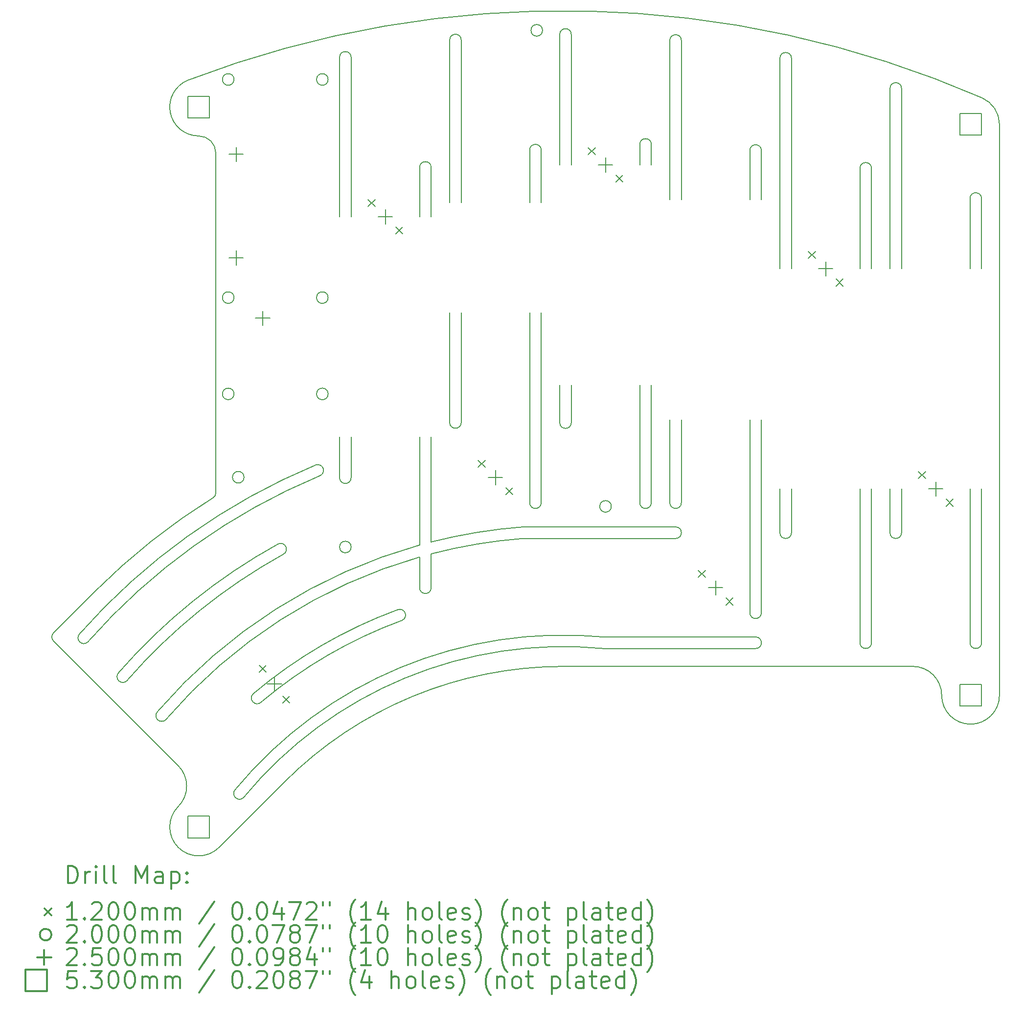
<source format=gbr>
%FSLAX45Y45*%
G04 Gerber Fmt 4.5, Leading zero omitted, Abs format (unit mm)*
G04 Created by KiCad (PCBNEW 5.1.12-84ad8e8a86~92~ubuntu20.04.1) date 2021-11-14 19:57:37*
%MOMM*%
%LPD*%
G01*
G04 APERTURE LIST*
%TA.AperFunction,Profile*%
%ADD10C,0.150000*%
%TD*%
%ADD11C,0.200000*%
%ADD12C,0.300000*%
G04 APERTURE END LIST*
D10*
X13887375Y-9202500D02*
X13887375Y-11020693D01*
X8620859Y-13422986D02*
X8621150Y-13423239D01*
X8479438Y-13281564D02*
X8479728Y-13281818D01*
X7947342Y-12749466D02*
X7947630Y-12749720D01*
X7806209Y-12608299D02*
X7805921Y-12608044D01*
X11892928Y-9686971D02*
G75*
G02*
X11958041Y-9876075I32557J-94552D01*
G01*
X13301094Y-12195724D02*
G75*
G02*
X13385618Y-12376985I42262J-90631D01*
G01*
X11240997Y-11054428D02*
G75*
G02*
X11325520Y-11235690I42262J-90631D01*
G01*
X10805933Y-13649690D02*
G75*
G03*
X10947354Y-13791112I70711J-70711D01*
G01*
X10500286Y-15302375D02*
G75*
G03*
X10641707Y-15443797I70711J-70711D01*
G01*
X9153248Y-13955337D02*
G75*
G03*
X9294669Y-14096758I70711J-70711D01*
G01*
X8479728Y-13281818D02*
G75*
G03*
X8621150Y-13423239I70711J-70711D01*
G01*
X7806209Y-12608299D02*
G75*
G03*
X7947630Y-12749720I70711J-70711D01*
G01*
X10805712Y-13649428D02*
G75*
G02*
X13301094Y-12195724I5370327J-6349932D01*
G01*
X10947134Y-13790850D02*
G75*
G02*
X13385618Y-12376985I5228904J-6208510D01*
G01*
X8620859Y-13422986D02*
G75*
G02*
X11325520Y-11235690I7555180J-6576374D01*
G01*
X8479438Y-13281564D02*
G75*
G02*
X11240997Y-11054428I7696600J-6717796D01*
G01*
X23421413Y-3334354D02*
G75*
G02*
X23722038Y-3792884I-199375J-458530D01*
G01*
X10217443Y-16306467D02*
G75*
G02*
X9510337Y-15599360I-353553J353553D01*
G01*
X7352485Y-12734402D02*
G75*
G02*
X7352485Y-12592981I70711J70711D01*
G01*
X19602375Y-12244500D02*
G75*
G02*
X19402375Y-12244500I-100000J0D01*
G01*
X18217625Y-10339500D02*
G75*
G02*
X18017625Y-10339500I-100000J0D01*
G01*
X19402375Y-8902500D02*
X19402375Y-12244500D01*
X18017625Y-8902500D02*
X18017625Y-10339500D01*
X18217625Y-10339500D02*
X18217625Y-8902500D01*
X19602375Y-12244500D02*
X19602375Y-8902500D01*
X21827625Y-6292500D02*
X21827625Y-3171694D01*
X22027625Y-6292500D02*
X22027625Y-3171694D01*
X23212375Y-6292500D02*
X23212375Y-5076695D01*
X23412375Y-6292500D02*
X23412375Y-5076695D01*
X19922625Y-6292500D02*
X19922625Y-2649246D01*
X20122625Y-6292500D02*
X20122625Y-2649246D01*
X21307375Y-6292500D02*
X21307375Y-4554246D01*
X21507375Y-6292500D02*
X21507375Y-4554246D01*
X23212375Y-12764375D02*
X23212375Y-10102500D01*
X23412375Y-10102500D02*
X23412375Y-12764375D01*
X21307375Y-12764375D02*
X21307375Y-10102500D01*
X21507375Y-10102500D02*
X21507375Y-12764375D01*
X21827625Y-10859500D02*
X21827625Y-10102500D01*
X22027625Y-10102500D02*
X22027625Y-10859500D01*
X19922625Y-10859500D02*
X19922625Y-10102500D01*
X20122625Y-10102500D02*
X20122625Y-10859500D01*
X22027625Y-10859500D02*
G75*
G02*
X21827625Y-10859500I-100000J0D01*
G01*
X20122625Y-10859500D02*
G75*
G02*
X19922625Y-10859500I-100000J0D01*
G01*
X23412375Y-12764375D02*
G75*
G02*
X23212375Y-12764375I-100000J0D01*
G01*
X21507375Y-12764375D02*
G75*
G02*
X21307375Y-12764375I-100000J0D01*
G01*
X7805921Y-12608044D02*
G75*
G02*
X11892928Y-9686971I8370117J-7391316D01*
G01*
X7947342Y-12749466D02*
G75*
G02*
X11958041Y-9876075I8228696J-7249894D01*
G01*
X13687375Y-9202500D02*
X13687375Y-11074059D01*
X9153058Y-13955174D02*
G75*
G02*
X13687375Y-11074059I7022981J-6044186D01*
G01*
X9294479Y-14096596D02*
G75*
G02*
X13687380Y-11281272I6881559J-5902764D01*
G01*
X13887375Y-11812000D02*
X13887375Y-11226645D01*
X13687375Y-11812000D02*
X13687380Y-11281272D01*
X12502625Y-9907000D02*
X12502625Y-9202500D01*
X12302625Y-9202500D02*
X12302625Y-9907000D01*
X13687375Y-4538556D02*
X13687375Y-5392500D01*
X13887375Y-5392500D02*
X13887375Y-4538556D01*
X12302625Y-5392500D02*
X12302625Y-2633556D01*
X12502625Y-2633556D02*
X12502625Y-5392500D01*
X14207625Y-2333772D02*
X14207625Y-5142500D01*
X14407625Y-5142500D02*
X14407625Y-2333772D01*
X15592375Y-4238772D02*
X15592375Y-5142500D01*
X15792375Y-5142500D02*
X15792375Y-4238772D01*
X18017625Y-2341485D02*
X18017625Y-5092500D01*
X18217625Y-5092500D02*
X18217625Y-2341485D01*
X19402375Y-5092500D02*
X19402375Y-4246485D01*
X19602375Y-5092500D02*
X19602375Y-4246485D01*
X16112625Y-4492500D02*
X16112625Y-2237500D01*
X16312625Y-4492500D02*
X16312625Y-2237500D01*
X17497375Y-4492500D02*
X17497375Y-4140075D01*
X17697375Y-4492500D02*
X17697375Y-4140075D01*
X14207625Y-7047500D02*
X14207625Y-8952500D01*
X14407625Y-7047500D02*
X14407625Y-8952500D01*
X15592375Y-7047500D02*
X15592375Y-10339500D01*
X15792375Y-10339500D02*
X15792375Y-7047500D01*
X15792375Y-10339500D02*
G75*
G02*
X15592375Y-10339500I-100000J0D01*
G01*
X16112625Y-8954500D02*
X16112625Y-8302500D01*
X16312625Y-8302500D02*
X16312625Y-8954500D01*
X17497375Y-10339500D02*
X17497375Y-8302500D01*
X17697375Y-8302500D02*
X17697375Y-10339500D01*
X19502375Y-12864500D02*
X16868375Y-12864500D01*
X16868375Y-12664500D02*
X19502375Y-12664500D01*
X15483625Y-10959500D02*
X18117625Y-10959500D01*
X15483625Y-10759500D02*
X18117625Y-10759500D01*
X13887375Y-11020693D02*
G75*
G02*
X15483625Y-10759500I2288663J-8978667D01*
G01*
X13887375Y-11226645D02*
G75*
G02*
X15483625Y-10959500I2288663J-8772715D01*
G01*
X18117625Y-10759500D02*
G75*
G02*
X18117625Y-10959500I0J-100000D01*
G01*
X19502375Y-12664500D02*
G75*
G02*
X19502375Y-12864500I0J-100000D01*
G01*
X10500094Y-15302216D02*
G75*
G02*
X16868375Y-12664500I5675944J-4697144D01*
G01*
X10641514Y-15443638D02*
G75*
G02*
X16868375Y-12864500I5534524J-4555722D01*
G01*
X12502625Y-9907000D02*
G75*
G02*
X12302625Y-9907000I-100000J0D01*
G01*
X13887375Y-11812000D02*
G75*
G02*
X13687375Y-11812000I-100000J0D01*
G01*
X14407625Y-8952500D02*
G75*
G02*
X14207625Y-8952500I-100000J0D01*
G01*
X16312625Y-8954500D02*
G75*
G02*
X16112625Y-8954500I-100000J0D01*
G01*
X17697375Y-10339500D02*
G75*
G02*
X17497375Y-10339500I-100000J0D01*
G01*
X23212375Y-5076695D02*
G75*
G02*
X23412375Y-5076695I100000J0D01*
G01*
X21827625Y-3171694D02*
G75*
G02*
X22027625Y-3171694I100000J0D01*
G01*
X21307375Y-4554246D02*
G75*
G02*
X21507375Y-4554246I100000J0D01*
G01*
X19922625Y-2649246D02*
G75*
G02*
X20122625Y-2649246I100000J0D01*
G01*
X19402375Y-4246485D02*
G75*
G02*
X19602375Y-4246485I100000J0D01*
G01*
X18017625Y-2341485D02*
G75*
G02*
X18217625Y-2341485I100000J0D01*
G01*
X17497375Y-4140075D02*
G75*
G02*
X17697375Y-4140075I100000J0D01*
G01*
X16112625Y-2237500D02*
G75*
G02*
X16312625Y-2237500I100000J0D01*
G01*
X15592375Y-4238772D02*
G75*
G02*
X15792375Y-4238772I100000J0D01*
G01*
X14207625Y-2333772D02*
G75*
G02*
X14407625Y-2333772I100000J0D01*
G01*
X13687375Y-4538556D02*
G75*
G02*
X13887375Y-4538556I100000J0D01*
G01*
X12302625Y-2633556D02*
G75*
G02*
X12502625Y-2633556I100000J0D01*
G01*
X9510337Y-14892253D02*
G75*
G02*
X9510337Y-15599360I-353553J-353553D01*
G01*
X9864130Y-3993217D02*
G75*
G02*
X10161490Y-4290577I0J-297360D01*
G01*
X9864130Y-3993217D02*
G75*
G02*
X9685297Y-3026200I-240J500000D01*
G01*
X22222038Y-13174000D02*
G75*
G02*
X22722038Y-13674000I0J-500000D01*
G01*
X23722038Y-13674000D02*
G75*
G02*
X22722038Y-13674000I-500000J0D01*
G01*
X10161490Y-10169693D02*
G75*
G02*
X10114309Y-10254577I-100000J29D01*
G01*
X10161490Y-4290577D02*
X10161490Y-10169693D01*
X9685297Y-3026200D02*
G75*
G02*
X23421413Y-3334354I6490741J-16973160D01*
G01*
X8061271Y-11884194D02*
G75*
G02*
X10114309Y-10254577I8114767J-8115166D01*
G01*
X7352485Y-12592981D02*
X8061271Y-11884194D01*
X9510337Y-14892253D02*
X7352485Y-12734402D01*
X11350034Y-15173356D02*
X10217443Y-16306467D01*
X11350034Y-15173356D02*
G75*
G02*
X16176038Y-13174360I4826004J-4826004D01*
G01*
X16176038Y-13174360D02*
X22222038Y-13174000D01*
X23722038Y-3792884D02*
X23722038Y-13674000D01*
D11*
X10909448Y-13154000D02*
X11029448Y-13274000D01*
X11029448Y-13154000D02*
X10909448Y-13274000D01*
X11319460Y-13688338D02*
X11439460Y-13808338D01*
X11439460Y-13688338D02*
X11319460Y-13808338D01*
X12796875Y-5094375D02*
X12916875Y-5214375D01*
X12916875Y-5094375D02*
X12796875Y-5214375D01*
X13273125Y-5570625D02*
X13393125Y-5690625D01*
X13393125Y-5570625D02*
X13273125Y-5690625D01*
X14701875Y-9606875D02*
X14821875Y-9726875D01*
X14821875Y-9606875D02*
X14701875Y-9726875D01*
X15178125Y-10083125D02*
X15298125Y-10203125D01*
X15298125Y-10083125D02*
X15178125Y-10203125D01*
X16606875Y-4194375D02*
X16726875Y-4314375D01*
X16726875Y-4194375D02*
X16606875Y-4314375D01*
X17083125Y-4670625D02*
X17203125Y-4790625D01*
X17203125Y-4670625D02*
X17083125Y-4790625D01*
X18511875Y-11513875D02*
X18631875Y-11633875D01*
X18631875Y-11513875D02*
X18511875Y-11633875D01*
X18988125Y-11990125D02*
X19108125Y-12110125D01*
X19108125Y-11990125D02*
X18988125Y-12110125D01*
X20416875Y-5994375D02*
X20536875Y-6114375D01*
X20536875Y-5994375D02*
X20416875Y-6114375D01*
X20893125Y-6470625D02*
X21013125Y-6590625D01*
X21013125Y-6470625D02*
X20893125Y-6590625D01*
X22321875Y-9804375D02*
X22441875Y-9924375D01*
X22441875Y-9804375D02*
X22321875Y-9924375D01*
X22798125Y-10280625D02*
X22918125Y-10400625D01*
X22918125Y-10280625D02*
X22798125Y-10400625D01*
X10475625Y-3015750D02*
G75*
G03*
X10475625Y-3015750I-100000J0D01*
G01*
X10475625Y-6791250D02*
G75*
G03*
X10475625Y-6791250I-100000J0D01*
G01*
X10475625Y-8458125D02*
G75*
G03*
X10475625Y-8458125I-100000J0D01*
G01*
X10650000Y-9900000D02*
G75*
G03*
X10650000Y-9900000I-100000J0D01*
G01*
X12104375Y-3015750D02*
G75*
G03*
X12104375Y-3015750I-100000J0D01*
G01*
X12104375Y-6791250D02*
G75*
G03*
X12104375Y-6791250I-100000J0D01*
G01*
X12104375Y-8458125D02*
G75*
G03*
X12104375Y-8458125I-100000J0D01*
G01*
X12502625Y-11107500D02*
G75*
G03*
X12502625Y-11107500I-100000J0D01*
G01*
X15814375Y-2165938D02*
G75*
G03*
X15814375Y-2165938I-100000J0D01*
G01*
X17005000Y-10405000D02*
G75*
G03*
X17005000Y-10405000I-100000J0D01*
G01*
X10513110Y-4187000D02*
X10513110Y-4437000D01*
X10388110Y-4312000D02*
X10638110Y-4312000D01*
X10513110Y-5979970D02*
X10513110Y-6229970D01*
X10388110Y-6104970D02*
X10638110Y-6104970D01*
X10971500Y-7023250D02*
X10971500Y-7273250D01*
X10846500Y-7148250D02*
X11096500Y-7148250D01*
X11174454Y-13356169D02*
X11174454Y-13606169D01*
X11049454Y-13481169D02*
X11299454Y-13481169D01*
X13095000Y-5267500D02*
X13095000Y-5517500D01*
X12970000Y-5392500D02*
X13220000Y-5392500D01*
X15000000Y-9780000D02*
X15000000Y-10030000D01*
X14875000Y-9905000D02*
X15125000Y-9905000D01*
X16905000Y-4367500D02*
X16905000Y-4617500D01*
X16780000Y-4492500D02*
X17030000Y-4492500D01*
X18810000Y-11687000D02*
X18810000Y-11937000D01*
X18685000Y-11812000D02*
X18935000Y-11812000D01*
X20715000Y-6167500D02*
X20715000Y-6417500D01*
X20590000Y-6292500D02*
X20840000Y-6292500D01*
X22620000Y-9977500D02*
X22620000Y-10227500D01*
X22495000Y-10102500D02*
X22745000Y-10102500D01*
X10051275Y-3680602D02*
X10051275Y-3305832D01*
X9676505Y-3305832D01*
X9676505Y-3680602D01*
X10051275Y-3680602D01*
X10051275Y-16140299D02*
X10051275Y-15765529D01*
X9676505Y-15765529D01*
X9676505Y-16140299D01*
X10051275Y-16140299D01*
X23409423Y-3980269D02*
X23409423Y-3605499D01*
X23034653Y-3605499D01*
X23034653Y-3980269D01*
X23409423Y-3980269D01*
X23409423Y-13861385D02*
X23409423Y-13486615D01*
X23034653Y-13486615D01*
X23034653Y-13861385D01*
X23409423Y-13861385D01*
D12*
X7602124Y-16926128D02*
X7602124Y-16626128D01*
X7673553Y-16626128D01*
X7716410Y-16640414D01*
X7744981Y-16668985D01*
X7759267Y-16697557D01*
X7773553Y-16754699D01*
X7773553Y-16797557D01*
X7759267Y-16854700D01*
X7744981Y-16883271D01*
X7716410Y-16911842D01*
X7673553Y-16926128D01*
X7602124Y-16926128D01*
X7902124Y-16926128D02*
X7902124Y-16726128D01*
X7902124Y-16783271D02*
X7916410Y-16754699D01*
X7930695Y-16740414D01*
X7959267Y-16726128D01*
X7987838Y-16726128D01*
X8087838Y-16926128D02*
X8087838Y-16726128D01*
X8087838Y-16626128D02*
X8073553Y-16640414D01*
X8087838Y-16654699D01*
X8102124Y-16640414D01*
X8087838Y-16626128D01*
X8087838Y-16654699D01*
X8273553Y-16926128D02*
X8244981Y-16911842D01*
X8230695Y-16883271D01*
X8230695Y-16626128D01*
X8430696Y-16926128D02*
X8402124Y-16911842D01*
X8387838Y-16883271D01*
X8387838Y-16626128D01*
X8773553Y-16926128D02*
X8773553Y-16626128D01*
X8873553Y-16840414D01*
X8973553Y-16626128D01*
X8973553Y-16926128D01*
X9244981Y-16926128D02*
X9244981Y-16768985D01*
X9230696Y-16740414D01*
X9202124Y-16726128D01*
X9144981Y-16726128D01*
X9116410Y-16740414D01*
X9244981Y-16911842D02*
X9216410Y-16926128D01*
X9144981Y-16926128D01*
X9116410Y-16911842D01*
X9102124Y-16883271D01*
X9102124Y-16854700D01*
X9116410Y-16826128D01*
X9144981Y-16811842D01*
X9216410Y-16811842D01*
X9244981Y-16797557D01*
X9387838Y-16726128D02*
X9387838Y-17026128D01*
X9387838Y-16740414D02*
X9416410Y-16726128D01*
X9473553Y-16726128D01*
X9502124Y-16740414D01*
X9516410Y-16754699D01*
X9530696Y-16783271D01*
X9530696Y-16868985D01*
X9516410Y-16897557D01*
X9502124Y-16911842D01*
X9473553Y-16926128D01*
X9416410Y-16926128D01*
X9387838Y-16911842D01*
X9659267Y-16897557D02*
X9673553Y-16911842D01*
X9659267Y-16926128D01*
X9644981Y-16911842D01*
X9659267Y-16897557D01*
X9659267Y-16926128D01*
X9659267Y-16740414D02*
X9673553Y-16754699D01*
X9659267Y-16768985D01*
X9644981Y-16754699D01*
X9659267Y-16740414D01*
X9659267Y-16768985D01*
X7195695Y-17360414D02*
X7315695Y-17480414D01*
X7315695Y-17360414D02*
X7195695Y-17480414D01*
X7759267Y-17556128D02*
X7587838Y-17556128D01*
X7673553Y-17556128D02*
X7673553Y-17256128D01*
X7644981Y-17298985D01*
X7616410Y-17327557D01*
X7587838Y-17341842D01*
X7887838Y-17527557D02*
X7902124Y-17541842D01*
X7887838Y-17556128D01*
X7873553Y-17541842D01*
X7887838Y-17527557D01*
X7887838Y-17556128D01*
X8016410Y-17284700D02*
X8030695Y-17270414D01*
X8059267Y-17256128D01*
X8130695Y-17256128D01*
X8159267Y-17270414D01*
X8173553Y-17284700D01*
X8187838Y-17313271D01*
X8187838Y-17341842D01*
X8173553Y-17384700D01*
X8002124Y-17556128D01*
X8187838Y-17556128D01*
X8373553Y-17256128D02*
X8402124Y-17256128D01*
X8430696Y-17270414D01*
X8444981Y-17284700D01*
X8459267Y-17313271D01*
X8473553Y-17370414D01*
X8473553Y-17441842D01*
X8459267Y-17498985D01*
X8444981Y-17527557D01*
X8430696Y-17541842D01*
X8402124Y-17556128D01*
X8373553Y-17556128D01*
X8344981Y-17541842D01*
X8330695Y-17527557D01*
X8316410Y-17498985D01*
X8302124Y-17441842D01*
X8302124Y-17370414D01*
X8316410Y-17313271D01*
X8330695Y-17284700D01*
X8344981Y-17270414D01*
X8373553Y-17256128D01*
X8659267Y-17256128D02*
X8687838Y-17256128D01*
X8716410Y-17270414D01*
X8730696Y-17284700D01*
X8744981Y-17313271D01*
X8759267Y-17370414D01*
X8759267Y-17441842D01*
X8744981Y-17498985D01*
X8730696Y-17527557D01*
X8716410Y-17541842D01*
X8687838Y-17556128D01*
X8659267Y-17556128D01*
X8630696Y-17541842D01*
X8616410Y-17527557D01*
X8602124Y-17498985D01*
X8587838Y-17441842D01*
X8587838Y-17370414D01*
X8602124Y-17313271D01*
X8616410Y-17284700D01*
X8630696Y-17270414D01*
X8659267Y-17256128D01*
X8887838Y-17556128D02*
X8887838Y-17356128D01*
X8887838Y-17384700D02*
X8902124Y-17370414D01*
X8930696Y-17356128D01*
X8973553Y-17356128D01*
X9002124Y-17370414D01*
X9016410Y-17398985D01*
X9016410Y-17556128D01*
X9016410Y-17398985D02*
X9030696Y-17370414D01*
X9059267Y-17356128D01*
X9102124Y-17356128D01*
X9130696Y-17370414D01*
X9144981Y-17398985D01*
X9144981Y-17556128D01*
X9287838Y-17556128D02*
X9287838Y-17356128D01*
X9287838Y-17384700D02*
X9302124Y-17370414D01*
X9330696Y-17356128D01*
X9373553Y-17356128D01*
X9402124Y-17370414D01*
X9416410Y-17398985D01*
X9416410Y-17556128D01*
X9416410Y-17398985D02*
X9430696Y-17370414D01*
X9459267Y-17356128D01*
X9502124Y-17356128D01*
X9530696Y-17370414D01*
X9544981Y-17398985D01*
X9544981Y-17556128D01*
X10130696Y-17241842D02*
X9873553Y-17627557D01*
X10516410Y-17256128D02*
X10544981Y-17256128D01*
X10573553Y-17270414D01*
X10587838Y-17284700D01*
X10602124Y-17313271D01*
X10616410Y-17370414D01*
X10616410Y-17441842D01*
X10602124Y-17498985D01*
X10587838Y-17527557D01*
X10573553Y-17541842D01*
X10544981Y-17556128D01*
X10516410Y-17556128D01*
X10487838Y-17541842D01*
X10473553Y-17527557D01*
X10459267Y-17498985D01*
X10444981Y-17441842D01*
X10444981Y-17370414D01*
X10459267Y-17313271D01*
X10473553Y-17284700D01*
X10487838Y-17270414D01*
X10516410Y-17256128D01*
X10744981Y-17527557D02*
X10759267Y-17541842D01*
X10744981Y-17556128D01*
X10730696Y-17541842D01*
X10744981Y-17527557D01*
X10744981Y-17556128D01*
X10944981Y-17256128D02*
X10973553Y-17256128D01*
X11002124Y-17270414D01*
X11016410Y-17284700D01*
X11030696Y-17313271D01*
X11044981Y-17370414D01*
X11044981Y-17441842D01*
X11030696Y-17498985D01*
X11016410Y-17527557D01*
X11002124Y-17541842D01*
X10973553Y-17556128D01*
X10944981Y-17556128D01*
X10916410Y-17541842D01*
X10902124Y-17527557D01*
X10887838Y-17498985D01*
X10873553Y-17441842D01*
X10873553Y-17370414D01*
X10887838Y-17313271D01*
X10902124Y-17284700D01*
X10916410Y-17270414D01*
X10944981Y-17256128D01*
X11302124Y-17356128D02*
X11302124Y-17556128D01*
X11230695Y-17241842D02*
X11159267Y-17456128D01*
X11344981Y-17456128D01*
X11430695Y-17256128D02*
X11630695Y-17256128D01*
X11502124Y-17556128D01*
X11730695Y-17284700D02*
X11744981Y-17270414D01*
X11773553Y-17256128D01*
X11844981Y-17256128D01*
X11873553Y-17270414D01*
X11887838Y-17284700D01*
X11902124Y-17313271D01*
X11902124Y-17341842D01*
X11887838Y-17384700D01*
X11716410Y-17556128D01*
X11902124Y-17556128D01*
X12016410Y-17256128D02*
X12016410Y-17313271D01*
X12130695Y-17256128D02*
X12130695Y-17313271D01*
X12573553Y-17670414D02*
X12559267Y-17656128D01*
X12530695Y-17613271D01*
X12516410Y-17584700D01*
X12502124Y-17541842D01*
X12487838Y-17470414D01*
X12487838Y-17413271D01*
X12502124Y-17341842D01*
X12516410Y-17298985D01*
X12530695Y-17270414D01*
X12559267Y-17227557D01*
X12573553Y-17213271D01*
X12844981Y-17556128D02*
X12673553Y-17556128D01*
X12759267Y-17556128D02*
X12759267Y-17256128D01*
X12730695Y-17298985D01*
X12702124Y-17327557D01*
X12673553Y-17341842D01*
X13102124Y-17356128D02*
X13102124Y-17556128D01*
X13030695Y-17241842D02*
X12959267Y-17456128D01*
X13144981Y-17456128D01*
X13487838Y-17556128D02*
X13487838Y-17256128D01*
X13616410Y-17556128D02*
X13616410Y-17398985D01*
X13602124Y-17370414D01*
X13573553Y-17356128D01*
X13530695Y-17356128D01*
X13502124Y-17370414D01*
X13487838Y-17384700D01*
X13802124Y-17556128D02*
X13773553Y-17541842D01*
X13759267Y-17527557D01*
X13744981Y-17498985D01*
X13744981Y-17413271D01*
X13759267Y-17384700D01*
X13773553Y-17370414D01*
X13802124Y-17356128D01*
X13844981Y-17356128D01*
X13873553Y-17370414D01*
X13887838Y-17384700D01*
X13902124Y-17413271D01*
X13902124Y-17498985D01*
X13887838Y-17527557D01*
X13873553Y-17541842D01*
X13844981Y-17556128D01*
X13802124Y-17556128D01*
X14073553Y-17556128D02*
X14044981Y-17541842D01*
X14030695Y-17513271D01*
X14030695Y-17256128D01*
X14302124Y-17541842D02*
X14273553Y-17556128D01*
X14216410Y-17556128D01*
X14187838Y-17541842D01*
X14173553Y-17513271D01*
X14173553Y-17398985D01*
X14187838Y-17370414D01*
X14216410Y-17356128D01*
X14273553Y-17356128D01*
X14302124Y-17370414D01*
X14316410Y-17398985D01*
X14316410Y-17427557D01*
X14173553Y-17456128D01*
X14430695Y-17541842D02*
X14459267Y-17556128D01*
X14516410Y-17556128D01*
X14544981Y-17541842D01*
X14559267Y-17513271D01*
X14559267Y-17498985D01*
X14544981Y-17470414D01*
X14516410Y-17456128D01*
X14473553Y-17456128D01*
X14444981Y-17441842D01*
X14430695Y-17413271D01*
X14430695Y-17398985D01*
X14444981Y-17370414D01*
X14473553Y-17356128D01*
X14516410Y-17356128D01*
X14544981Y-17370414D01*
X14659267Y-17670414D02*
X14673553Y-17656128D01*
X14702124Y-17613271D01*
X14716410Y-17584700D01*
X14730695Y-17541842D01*
X14744981Y-17470414D01*
X14744981Y-17413271D01*
X14730695Y-17341842D01*
X14716410Y-17298985D01*
X14702124Y-17270414D01*
X14673553Y-17227557D01*
X14659267Y-17213271D01*
X15202124Y-17670414D02*
X15187838Y-17656128D01*
X15159267Y-17613271D01*
X15144981Y-17584700D01*
X15130695Y-17541842D01*
X15116410Y-17470414D01*
X15116410Y-17413271D01*
X15130695Y-17341842D01*
X15144981Y-17298985D01*
X15159267Y-17270414D01*
X15187838Y-17227557D01*
X15202124Y-17213271D01*
X15316410Y-17356128D02*
X15316410Y-17556128D01*
X15316410Y-17384700D02*
X15330695Y-17370414D01*
X15359267Y-17356128D01*
X15402124Y-17356128D01*
X15430695Y-17370414D01*
X15444981Y-17398985D01*
X15444981Y-17556128D01*
X15630695Y-17556128D02*
X15602124Y-17541842D01*
X15587838Y-17527557D01*
X15573553Y-17498985D01*
X15573553Y-17413271D01*
X15587838Y-17384700D01*
X15602124Y-17370414D01*
X15630695Y-17356128D01*
X15673553Y-17356128D01*
X15702124Y-17370414D01*
X15716410Y-17384700D01*
X15730695Y-17413271D01*
X15730695Y-17498985D01*
X15716410Y-17527557D01*
X15702124Y-17541842D01*
X15673553Y-17556128D01*
X15630695Y-17556128D01*
X15816410Y-17356128D02*
X15930695Y-17356128D01*
X15859267Y-17256128D02*
X15859267Y-17513271D01*
X15873553Y-17541842D01*
X15902124Y-17556128D01*
X15930695Y-17556128D01*
X16259267Y-17356128D02*
X16259267Y-17656128D01*
X16259267Y-17370414D02*
X16287838Y-17356128D01*
X16344981Y-17356128D01*
X16373553Y-17370414D01*
X16387838Y-17384700D01*
X16402124Y-17413271D01*
X16402124Y-17498985D01*
X16387838Y-17527557D01*
X16373553Y-17541842D01*
X16344981Y-17556128D01*
X16287838Y-17556128D01*
X16259267Y-17541842D01*
X16573553Y-17556128D02*
X16544981Y-17541842D01*
X16530695Y-17513271D01*
X16530695Y-17256128D01*
X16816410Y-17556128D02*
X16816410Y-17398985D01*
X16802124Y-17370414D01*
X16773553Y-17356128D01*
X16716410Y-17356128D01*
X16687838Y-17370414D01*
X16816410Y-17541842D02*
X16787838Y-17556128D01*
X16716410Y-17556128D01*
X16687838Y-17541842D01*
X16673553Y-17513271D01*
X16673553Y-17484700D01*
X16687838Y-17456128D01*
X16716410Y-17441842D01*
X16787838Y-17441842D01*
X16816410Y-17427557D01*
X16916410Y-17356128D02*
X17030696Y-17356128D01*
X16959267Y-17256128D02*
X16959267Y-17513271D01*
X16973553Y-17541842D01*
X17002124Y-17556128D01*
X17030696Y-17556128D01*
X17244981Y-17541842D02*
X17216410Y-17556128D01*
X17159267Y-17556128D01*
X17130696Y-17541842D01*
X17116410Y-17513271D01*
X17116410Y-17398985D01*
X17130696Y-17370414D01*
X17159267Y-17356128D01*
X17216410Y-17356128D01*
X17244981Y-17370414D01*
X17259267Y-17398985D01*
X17259267Y-17427557D01*
X17116410Y-17456128D01*
X17516410Y-17556128D02*
X17516410Y-17256128D01*
X17516410Y-17541842D02*
X17487838Y-17556128D01*
X17430696Y-17556128D01*
X17402124Y-17541842D01*
X17387838Y-17527557D01*
X17373553Y-17498985D01*
X17373553Y-17413271D01*
X17387838Y-17384700D01*
X17402124Y-17370414D01*
X17430696Y-17356128D01*
X17487838Y-17356128D01*
X17516410Y-17370414D01*
X17630696Y-17670414D02*
X17644981Y-17656128D01*
X17673553Y-17613271D01*
X17687838Y-17584700D01*
X17702124Y-17541842D01*
X17716410Y-17470414D01*
X17716410Y-17413271D01*
X17702124Y-17341842D01*
X17687838Y-17298985D01*
X17673553Y-17270414D01*
X17644981Y-17227557D01*
X17630696Y-17213271D01*
X7315695Y-17816414D02*
G75*
G03*
X7315695Y-17816414I-100000J0D01*
G01*
X7587838Y-17680700D02*
X7602124Y-17666414D01*
X7630695Y-17652128D01*
X7702124Y-17652128D01*
X7730695Y-17666414D01*
X7744981Y-17680700D01*
X7759267Y-17709271D01*
X7759267Y-17737842D01*
X7744981Y-17780700D01*
X7573553Y-17952128D01*
X7759267Y-17952128D01*
X7887838Y-17923557D02*
X7902124Y-17937842D01*
X7887838Y-17952128D01*
X7873553Y-17937842D01*
X7887838Y-17923557D01*
X7887838Y-17952128D01*
X8087838Y-17652128D02*
X8116410Y-17652128D01*
X8144981Y-17666414D01*
X8159267Y-17680700D01*
X8173553Y-17709271D01*
X8187838Y-17766414D01*
X8187838Y-17837842D01*
X8173553Y-17894985D01*
X8159267Y-17923557D01*
X8144981Y-17937842D01*
X8116410Y-17952128D01*
X8087838Y-17952128D01*
X8059267Y-17937842D01*
X8044981Y-17923557D01*
X8030695Y-17894985D01*
X8016410Y-17837842D01*
X8016410Y-17766414D01*
X8030695Y-17709271D01*
X8044981Y-17680700D01*
X8059267Y-17666414D01*
X8087838Y-17652128D01*
X8373553Y-17652128D02*
X8402124Y-17652128D01*
X8430696Y-17666414D01*
X8444981Y-17680700D01*
X8459267Y-17709271D01*
X8473553Y-17766414D01*
X8473553Y-17837842D01*
X8459267Y-17894985D01*
X8444981Y-17923557D01*
X8430696Y-17937842D01*
X8402124Y-17952128D01*
X8373553Y-17952128D01*
X8344981Y-17937842D01*
X8330695Y-17923557D01*
X8316410Y-17894985D01*
X8302124Y-17837842D01*
X8302124Y-17766414D01*
X8316410Y-17709271D01*
X8330695Y-17680700D01*
X8344981Y-17666414D01*
X8373553Y-17652128D01*
X8659267Y-17652128D02*
X8687838Y-17652128D01*
X8716410Y-17666414D01*
X8730696Y-17680700D01*
X8744981Y-17709271D01*
X8759267Y-17766414D01*
X8759267Y-17837842D01*
X8744981Y-17894985D01*
X8730696Y-17923557D01*
X8716410Y-17937842D01*
X8687838Y-17952128D01*
X8659267Y-17952128D01*
X8630696Y-17937842D01*
X8616410Y-17923557D01*
X8602124Y-17894985D01*
X8587838Y-17837842D01*
X8587838Y-17766414D01*
X8602124Y-17709271D01*
X8616410Y-17680700D01*
X8630696Y-17666414D01*
X8659267Y-17652128D01*
X8887838Y-17952128D02*
X8887838Y-17752128D01*
X8887838Y-17780700D02*
X8902124Y-17766414D01*
X8930696Y-17752128D01*
X8973553Y-17752128D01*
X9002124Y-17766414D01*
X9016410Y-17794985D01*
X9016410Y-17952128D01*
X9016410Y-17794985D02*
X9030696Y-17766414D01*
X9059267Y-17752128D01*
X9102124Y-17752128D01*
X9130696Y-17766414D01*
X9144981Y-17794985D01*
X9144981Y-17952128D01*
X9287838Y-17952128D02*
X9287838Y-17752128D01*
X9287838Y-17780700D02*
X9302124Y-17766414D01*
X9330696Y-17752128D01*
X9373553Y-17752128D01*
X9402124Y-17766414D01*
X9416410Y-17794985D01*
X9416410Y-17952128D01*
X9416410Y-17794985D02*
X9430696Y-17766414D01*
X9459267Y-17752128D01*
X9502124Y-17752128D01*
X9530696Y-17766414D01*
X9544981Y-17794985D01*
X9544981Y-17952128D01*
X10130696Y-17637842D02*
X9873553Y-18023557D01*
X10516410Y-17652128D02*
X10544981Y-17652128D01*
X10573553Y-17666414D01*
X10587838Y-17680700D01*
X10602124Y-17709271D01*
X10616410Y-17766414D01*
X10616410Y-17837842D01*
X10602124Y-17894985D01*
X10587838Y-17923557D01*
X10573553Y-17937842D01*
X10544981Y-17952128D01*
X10516410Y-17952128D01*
X10487838Y-17937842D01*
X10473553Y-17923557D01*
X10459267Y-17894985D01*
X10444981Y-17837842D01*
X10444981Y-17766414D01*
X10459267Y-17709271D01*
X10473553Y-17680700D01*
X10487838Y-17666414D01*
X10516410Y-17652128D01*
X10744981Y-17923557D02*
X10759267Y-17937842D01*
X10744981Y-17952128D01*
X10730696Y-17937842D01*
X10744981Y-17923557D01*
X10744981Y-17952128D01*
X10944981Y-17652128D02*
X10973553Y-17652128D01*
X11002124Y-17666414D01*
X11016410Y-17680700D01*
X11030696Y-17709271D01*
X11044981Y-17766414D01*
X11044981Y-17837842D01*
X11030696Y-17894985D01*
X11016410Y-17923557D01*
X11002124Y-17937842D01*
X10973553Y-17952128D01*
X10944981Y-17952128D01*
X10916410Y-17937842D01*
X10902124Y-17923557D01*
X10887838Y-17894985D01*
X10873553Y-17837842D01*
X10873553Y-17766414D01*
X10887838Y-17709271D01*
X10902124Y-17680700D01*
X10916410Y-17666414D01*
X10944981Y-17652128D01*
X11144981Y-17652128D02*
X11344981Y-17652128D01*
X11216410Y-17952128D01*
X11502124Y-17780700D02*
X11473553Y-17766414D01*
X11459267Y-17752128D01*
X11444981Y-17723557D01*
X11444981Y-17709271D01*
X11459267Y-17680700D01*
X11473553Y-17666414D01*
X11502124Y-17652128D01*
X11559267Y-17652128D01*
X11587838Y-17666414D01*
X11602124Y-17680700D01*
X11616410Y-17709271D01*
X11616410Y-17723557D01*
X11602124Y-17752128D01*
X11587838Y-17766414D01*
X11559267Y-17780700D01*
X11502124Y-17780700D01*
X11473553Y-17794985D01*
X11459267Y-17809271D01*
X11444981Y-17837842D01*
X11444981Y-17894985D01*
X11459267Y-17923557D01*
X11473553Y-17937842D01*
X11502124Y-17952128D01*
X11559267Y-17952128D01*
X11587838Y-17937842D01*
X11602124Y-17923557D01*
X11616410Y-17894985D01*
X11616410Y-17837842D01*
X11602124Y-17809271D01*
X11587838Y-17794985D01*
X11559267Y-17780700D01*
X11716410Y-17652128D02*
X11916410Y-17652128D01*
X11787838Y-17952128D01*
X12016410Y-17652128D02*
X12016410Y-17709271D01*
X12130695Y-17652128D02*
X12130695Y-17709271D01*
X12573553Y-18066414D02*
X12559267Y-18052128D01*
X12530695Y-18009271D01*
X12516410Y-17980700D01*
X12502124Y-17937842D01*
X12487838Y-17866414D01*
X12487838Y-17809271D01*
X12502124Y-17737842D01*
X12516410Y-17694985D01*
X12530695Y-17666414D01*
X12559267Y-17623557D01*
X12573553Y-17609271D01*
X12844981Y-17952128D02*
X12673553Y-17952128D01*
X12759267Y-17952128D02*
X12759267Y-17652128D01*
X12730695Y-17694985D01*
X12702124Y-17723557D01*
X12673553Y-17737842D01*
X13030695Y-17652128D02*
X13059267Y-17652128D01*
X13087838Y-17666414D01*
X13102124Y-17680700D01*
X13116410Y-17709271D01*
X13130695Y-17766414D01*
X13130695Y-17837842D01*
X13116410Y-17894985D01*
X13102124Y-17923557D01*
X13087838Y-17937842D01*
X13059267Y-17952128D01*
X13030695Y-17952128D01*
X13002124Y-17937842D01*
X12987838Y-17923557D01*
X12973553Y-17894985D01*
X12959267Y-17837842D01*
X12959267Y-17766414D01*
X12973553Y-17709271D01*
X12987838Y-17680700D01*
X13002124Y-17666414D01*
X13030695Y-17652128D01*
X13487838Y-17952128D02*
X13487838Y-17652128D01*
X13616410Y-17952128D02*
X13616410Y-17794985D01*
X13602124Y-17766414D01*
X13573553Y-17752128D01*
X13530695Y-17752128D01*
X13502124Y-17766414D01*
X13487838Y-17780700D01*
X13802124Y-17952128D02*
X13773553Y-17937842D01*
X13759267Y-17923557D01*
X13744981Y-17894985D01*
X13744981Y-17809271D01*
X13759267Y-17780700D01*
X13773553Y-17766414D01*
X13802124Y-17752128D01*
X13844981Y-17752128D01*
X13873553Y-17766414D01*
X13887838Y-17780700D01*
X13902124Y-17809271D01*
X13902124Y-17894985D01*
X13887838Y-17923557D01*
X13873553Y-17937842D01*
X13844981Y-17952128D01*
X13802124Y-17952128D01*
X14073553Y-17952128D02*
X14044981Y-17937842D01*
X14030695Y-17909271D01*
X14030695Y-17652128D01*
X14302124Y-17937842D02*
X14273553Y-17952128D01*
X14216410Y-17952128D01*
X14187838Y-17937842D01*
X14173553Y-17909271D01*
X14173553Y-17794985D01*
X14187838Y-17766414D01*
X14216410Y-17752128D01*
X14273553Y-17752128D01*
X14302124Y-17766414D01*
X14316410Y-17794985D01*
X14316410Y-17823557D01*
X14173553Y-17852128D01*
X14430695Y-17937842D02*
X14459267Y-17952128D01*
X14516410Y-17952128D01*
X14544981Y-17937842D01*
X14559267Y-17909271D01*
X14559267Y-17894985D01*
X14544981Y-17866414D01*
X14516410Y-17852128D01*
X14473553Y-17852128D01*
X14444981Y-17837842D01*
X14430695Y-17809271D01*
X14430695Y-17794985D01*
X14444981Y-17766414D01*
X14473553Y-17752128D01*
X14516410Y-17752128D01*
X14544981Y-17766414D01*
X14659267Y-18066414D02*
X14673553Y-18052128D01*
X14702124Y-18009271D01*
X14716410Y-17980700D01*
X14730695Y-17937842D01*
X14744981Y-17866414D01*
X14744981Y-17809271D01*
X14730695Y-17737842D01*
X14716410Y-17694985D01*
X14702124Y-17666414D01*
X14673553Y-17623557D01*
X14659267Y-17609271D01*
X15202124Y-18066414D02*
X15187838Y-18052128D01*
X15159267Y-18009271D01*
X15144981Y-17980700D01*
X15130695Y-17937842D01*
X15116410Y-17866414D01*
X15116410Y-17809271D01*
X15130695Y-17737842D01*
X15144981Y-17694985D01*
X15159267Y-17666414D01*
X15187838Y-17623557D01*
X15202124Y-17609271D01*
X15316410Y-17752128D02*
X15316410Y-17952128D01*
X15316410Y-17780700D02*
X15330695Y-17766414D01*
X15359267Y-17752128D01*
X15402124Y-17752128D01*
X15430695Y-17766414D01*
X15444981Y-17794985D01*
X15444981Y-17952128D01*
X15630695Y-17952128D02*
X15602124Y-17937842D01*
X15587838Y-17923557D01*
X15573553Y-17894985D01*
X15573553Y-17809271D01*
X15587838Y-17780700D01*
X15602124Y-17766414D01*
X15630695Y-17752128D01*
X15673553Y-17752128D01*
X15702124Y-17766414D01*
X15716410Y-17780700D01*
X15730695Y-17809271D01*
X15730695Y-17894985D01*
X15716410Y-17923557D01*
X15702124Y-17937842D01*
X15673553Y-17952128D01*
X15630695Y-17952128D01*
X15816410Y-17752128D02*
X15930695Y-17752128D01*
X15859267Y-17652128D02*
X15859267Y-17909271D01*
X15873553Y-17937842D01*
X15902124Y-17952128D01*
X15930695Y-17952128D01*
X16259267Y-17752128D02*
X16259267Y-18052128D01*
X16259267Y-17766414D02*
X16287838Y-17752128D01*
X16344981Y-17752128D01*
X16373553Y-17766414D01*
X16387838Y-17780700D01*
X16402124Y-17809271D01*
X16402124Y-17894985D01*
X16387838Y-17923557D01*
X16373553Y-17937842D01*
X16344981Y-17952128D01*
X16287838Y-17952128D01*
X16259267Y-17937842D01*
X16573553Y-17952128D02*
X16544981Y-17937842D01*
X16530695Y-17909271D01*
X16530695Y-17652128D01*
X16816410Y-17952128D02*
X16816410Y-17794985D01*
X16802124Y-17766414D01*
X16773553Y-17752128D01*
X16716410Y-17752128D01*
X16687838Y-17766414D01*
X16816410Y-17937842D02*
X16787838Y-17952128D01*
X16716410Y-17952128D01*
X16687838Y-17937842D01*
X16673553Y-17909271D01*
X16673553Y-17880700D01*
X16687838Y-17852128D01*
X16716410Y-17837842D01*
X16787838Y-17837842D01*
X16816410Y-17823557D01*
X16916410Y-17752128D02*
X17030696Y-17752128D01*
X16959267Y-17652128D02*
X16959267Y-17909271D01*
X16973553Y-17937842D01*
X17002124Y-17952128D01*
X17030696Y-17952128D01*
X17244981Y-17937842D02*
X17216410Y-17952128D01*
X17159267Y-17952128D01*
X17130696Y-17937842D01*
X17116410Y-17909271D01*
X17116410Y-17794985D01*
X17130696Y-17766414D01*
X17159267Y-17752128D01*
X17216410Y-17752128D01*
X17244981Y-17766414D01*
X17259267Y-17794985D01*
X17259267Y-17823557D01*
X17116410Y-17852128D01*
X17516410Y-17952128D02*
X17516410Y-17652128D01*
X17516410Y-17937842D02*
X17487838Y-17952128D01*
X17430696Y-17952128D01*
X17402124Y-17937842D01*
X17387838Y-17923557D01*
X17373553Y-17894985D01*
X17373553Y-17809271D01*
X17387838Y-17780700D01*
X17402124Y-17766414D01*
X17430696Y-17752128D01*
X17487838Y-17752128D01*
X17516410Y-17766414D01*
X17630696Y-18066414D02*
X17644981Y-18052128D01*
X17673553Y-18009271D01*
X17687838Y-17980700D01*
X17702124Y-17937842D01*
X17716410Y-17866414D01*
X17716410Y-17809271D01*
X17702124Y-17737842D01*
X17687838Y-17694985D01*
X17673553Y-17666414D01*
X17644981Y-17623557D01*
X17630696Y-17609271D01*
X7190695Y-18087414D02*
X7190695Y-18337414D01*
X7065695Y-18212414D02*
X7315695Y-18212414D01*
X7587838Y-18076700D02*
X7602124Y-18062414D01*
X7630695Y-18048128D01*
X7702124Y-18048128D01*
X7730695Y-18062414D01*
X7744981Y-18076700D01*
X7759267Y-18105271D01*
X7759267Y-18133842D01*
X7744981Y-18176700D01*
X7573553Y-18348128D01*
X7759267Y-18348128D01*
X7887838Y-18319557D02*
X7902124Y-18333842D01*
X7887838Y-18348128D01*
X7873553Y-18333842D01*
X7887838Y-18319557D01*
X7887838Y-18348128D01*
X8173553Y-18048128D02*
X8030695Y-18048128D01*
X8016410Y-18190985D01*
X8030695Y-18176700D01*
X8059267Y-18162414D01*
X8130695Y-18162414D01*
X8159267Y-18176700D01*
X8173553Y-18190985D01*
X8187838Y-18219557D01*
X8187838Y-18290985D01*
X8173553Y-18319557D01*
X8159267Y-18333842D01*
X8130695Y-18348128D01*
X8059267Y-18348128D01*
X8030695Y-18333842D01*
X8016410Y-18319557D01*
X8373553Y-18048128D02*
X8402124Y-18048128D01*
X8430696Y-18062414D01*
X8444981Y-18076700D01*
X8459267Y-18105271D01*
X8473553Y-18162414D01*
X8473553Y-18233842D01*
X8459267Y-18290985D01*
X8444981Y-18319557D01*
X8430696Y-18333842D01*
X8402124Y-18348128D01*
X8373553Y-18348128D01*
X8344981Y-18333842D01*
X8330695Y-18319557D01*
X8316410Y-18290985D01*
X8302124Y-18233842D01*
X8302124Y-18162414D01*
X8316410Y-18105271D01*
X8330695Y-18076700D01*
X8344981Y-18062414D01*
X8373553Y-18048128D01*
X8659267Y-18048128D02*
X8687838Y-18048128D01*
X8716410Y-18062414D01*
X8730696Y-18076700D01*
X8744981Y-18105271D01*
X8759267Y-18162414D01*
X8759267Y-18233842D01*
X8744981Y-18290985D01*
X8730696Y-18319557D01*
X8716410Y-18333842D01*
X8687838Y-18348128D01*
X8659267Y-18348128D01*
X8630696Y-18333842D01*
X8616410Y-18319557D01*
X8602124Y-18290985D01*
X8587838Y-18233842D01*
X8587838Y-18162414D01*
X8602124Y-18105271D01*
X8616410Y-18076700D01*
X8630696Y-18062414D01*
X8659267Y-18048128D01*
X8887838Y-18348128D02*
X8887838Y-18148128D01*
X8887838Y-18176700D02*
X8902124Y-18162414D01*
X8930696Y-18148128D01*
X8973553Y-18148128D01*
X9002124Y-18162414D01*
X9016410Y-18190985D01*
X9016410Y-18348128D01*
X9016410Y-18190985D02*
X9030696Y-18162414D01*
X9059267Y-18148128D01*
X9102124Y-18148128D01*
X9130696Y-18162414D01*
X9144981Y-18190985D01*
X9144981Y-18348128D01*
X9287838Y-18348128D02*
X9287838Y-18148128D01*
X9287838Y-18176700D02*
X9302124Y-18162414D01*
X9330696Y-18148128D01*
X9373553Y-18148128D01*
X9402124Y-18162414D01*
X9416410Y-18190985D01*
X9416410Y-18348128D01*
X9416410Y-18190985D02*
X9430696Y-18162414D01*
X9459267Y-18148128D01*
X9502124Y-18148128D01*
X9530696Y-18162414D01*
X9544981Y-18190985D01*
X9544981Y-18348128D01*
X10130696Y-18033842D02*
X9873553Y-18419557D01*
X10516410Y-18048128D02*
X10544981Y-18048128D01*
X10573553Y-18062414D01*
X10587838Y-18076700D01*
X10602124Y-18105271D01*
X10616410Y-18162414D01*
X10616410Y-18233842D01*
X10602124Y-18290985D01*
X10587838Y-18319557D01*
X10573553Y-18333842D01*
X10544981Y-18348128D01*
X10516410Y-18348128D01*
X10487838Y-18333842D01*
X10473553Y-18319557D01*
X10459267Y-18290985D01*
X10444981Y-18233842D01*
X10444981Y-18162414D01*
X10459267Y-18105271D01*
X10473553Y-18076700D01*
X10487838Y-18062414D01*
X10516410Y-18048128D01*
X10744981Y-18319557D02*
X10759267Y-18333842D01*
X10744981Y-18348128D01*
X10730696Y-18333842D01*
X10744981Y-18319557D01*
X10744981Y-18348128D01*
X10944981Y-18048128D02*
X10973553Y-18048128D01*
X11002124Y-18062414D01*
X11016410Y-18076700D01*
X11030696Y-18105271D01*
X11044981Y-18162414D01*
X11044981Y-18233842D01*
X11030696Y-18290985D01*
X11016410Y-18319557D01*
X11002124Y-18333842D01*
X10973553Y-18348128D01*
X10944981Y-18348128D01*
X10916410Y-18333842D01*
X10902124Y-18319557D01*
X10887838Y-18290985D01*
X10873553Y-18233842D01*
X10873553Y-18162414D01*
X10887838Y-18105271D01*
X10902124Y-18076700D01*
X10916410Y-18062414D01*
X10944981Y-18048128D01*
X11187838Y-18348128D02*
X11244981Y-18348128D01*
X11273553Y-18333842D01*
X11287838Y-18319557D01*
X11316410Y-18276700D01*
X11330695Y-18219557D01*
X11330695Y-18105271D01*
X11316410Y-18076700D01*
X11302124Y-18062414D01*
X11273553Y-18048128D01*
X11216410Y-18048128D01*
X11187838Y-18062414D01*
X11173553Y-18076700D01*
X11159267Y-18105271D01*
X11159267Y-18176700D01*
X11173553Y-18205271D01*
X11187838Y-18219557D01*
X11216410Y-18233842D01*
X11273553Y-18233842D01*
X11302124Y-18219557D01*
X11316410Y-18205271D01*
X11330695Y-18176700D01*
X11502124Y-18176700D02*
X11473553Y-18162414D01*
X11459267Y-18148128D01*
X11444981Y-18119557D01*
X11444981Y-18105271D01*
X11459267Y-18076700D01*
X11473553Y-18062414D01*
X11502124Y-18048128D01*
X11559267Y-18048128D01*
X11587838Y-18062414D01*
X11602124Y-18076700D01*
X11616410Y-18105271D01*
X11616410Y-18119557D01*
X11602124Y-18148128D01*
X11587838Y-18162414D01*
X11559267Y-18176700D01*
X11502124Y-18176700D01*
X11473553Y-18190985D01*
X11459267Y-18205271D01*
X11444981Y-18233842D01*
X11444981Y-18290985D01*
X11459267Y-18319557D01*
X11473553Y-18333842D01*
X11502124Y-18348128D01*
X11559267Y-18348128D01*
X11587838Y-18333842D01*
X11602124Y-18319557D01*
X11616410Y-18290985D01*
X11616410Y-18233842D01*
X11602124Y-18205271D01*
X11587838Y-18190985D01*
X11559267Y-18176700D01*
X11873553Y-18148128D02*
X11873553Y-18348128D01*
X11802124Y-18033842D02*
X11730695Y-18248128D01*
X11916410Y-18248128D01*
X12016410Y-18048128D02*
X12016410Y-18105271D01*
X12130695Y-18048128D02*
X12130695Y-18105271D01*
X12573553Y-18462414D02*
X12559267Y-18448128D01*
X12530695Y-18405271D01*
X12516410Y-18376700D01*
X12502124Y-18333842D01*
X12487838Y-18262414D01*
X12487838Y-18205271D01*
X12502124Y-18133842D01*
X12516410Y-18090985D01*
X12530695Y-18062414D01*
X12559267Y-18019557D01*
X12573553Y-18005271D01*
X12844981Y-18348128D02*
X12673553Y-18348128D01*
X12759267Y-18348128D02*
X12759267Y-18048128D01*
X12730695Y-18090985D01*
X12702124Y-18119557D01*
X12673553Y-18133842D01*
X13030695Y-18048128D02*
X13059267Y-18048128D01*
X13087838Y-18062414D01*
X13102124Y-18076700D01*
X13116410Y-18105271D01*
X13130695Y-18162414D01*
X13130695Y-18233842D01*
X13116410Y-18290985D01*
X13102124Y-18319557D01*
X13087838Y-18333842D01*
X13059267Y-18348128D01*
X13030695Y-18348128D01*
X13002124Y-18333842D01*
X12987838Y-18319557D01*
X12973553Y-18290985D01*
X12959267Y-18233842D01*
X12959267Y-18162414D01*
X12973553Y-18105271D01*
X12987838Y-18076700D01*
X13002124Y-18062414D01*
X13030695Y-18048128D01*
X13487838Y-18348128D02*
X13487838Y-18048128D01*
X13616410Y-18348128D02*
X13616410Y-18190985D01*
X13602124Y-18162414D01*
X13573553Y-18148128D01*
X13530695Y-18148128D01*
X13502124Y-18162414D01*
X13487838Y-18176700D01*
X13802124Y-18348128D02*
X13773553Y-18333842D01*
X13759267Y-18319557D01*
X13744981Y-18290985D01*
X13744981Y-18205271D01*
X13759267Y-18176700D01*
X13773553Y-18162414D01*
X13802124Y-18148128D01*
X13844981Y-18148128D01*
X13873553Y-18162414D01*
X13887838Y-18176700D01*
X13902124Y-18205271D01*
X13902124Y-18290985D01*
X13887838Y-18319557D01*
X13873553Y-18333842D01*
X13844981Y-18348128D01*
X13802124Y-18348128D01*
X14073553Y-18348128D02*
X14044981Y-18333842D01*
X14030695Y-18305271D01*
X14030695Y-18048128D01*
X14302124Y-18333842D02*
X14273553Y-18348128D01*
X14216410Y-18348128D01*
X14187838Y-18333842D01*
X14173553Y-18305271D01*
X14173553Y-18190985D01*
X14187838Y-18162414D01*
X14216410Y-18148128D01*
X14273553Y-18148128D01*
X14302124Y-18162414D01*
X14316410Y-18190985D01*
X14316410Y-18219557D01*
X14173553Y-18248128D01*
X14430695Y-18333842D02*
X14459267Y-18348128D01*
X14516410Y-18348128D01*
X14544981Y-18333842D01*
X14559267Y-18305271D01*
X14559267Y-18290985D01*
X14544981Y-18262414D01*
X14516410Y-18248128D01*
X14473553Y-18248128D01*
X14444981Y-18233842D01*
X14430695Y-18205271D01*
X14430695Y-18190985D01*
X14444981Y-18162414D01*
X14473553Y-18148128D01*
X14516410Y-18148128D01*
X14544981Y-18162414D01*
X14659267Y-18462414D02*
X14673553Y-18448128D01*
X14702124Y-18405271D01*
X14716410Y-18376700D01*
X14730695Y-18333842D01*
X14744981Y-18262414D01*
X14744981Y-18205271D01*
X14730695Y-18133842D01*
X14716410Y-18090985D01*
X14702124Y-18062414D01*
X14673553Y-18019557D01*
X14659267Y-18005271D01*
X15202124Y-18462414D02*
X15187838Y-18448128D01*
X15159267Y-18405271D01*
X15144981Y-18376700D01*
X15130695Y-18333842D01*
X15116410Y-18262414D01*
X15116410Y-18205271D01*
X15130695Y-18133842D01*
X15144981Y-18090985D01*
X15159267Y-18062414D01*
X15187838Y-18019557D01*
X15202124Y-18005271D01*
X15316410Y-18148128D02*
X15316410Y-18348128D01*
X15316410Y-18176700D02*
X15330695Y-18162414D01*
X15359267Y-18148128D01*
X15402124Y-18148128D01*
X15430695Y-18162414D01*
X15444981Y-18190985D01*
X15444981Y-18348128D01*
X15630695Y-18348128D02*
X15602124Y-18333842D01*
X15587838Y-18319557D01*
X15573553Y-18290985D01*
X15573553Y-18205271D01*
X15587838Y-18176700D01*
X15602124Y-18162414D01*
X15630695Y-18148128D01*
X15673553Y-18148128D01*
X15702124Y-18162414D01*
X15716410Y-18176700D01*
X15730695Y-18205271D01*
X15730695Y-18290985D01*
X15716410Y-18319557D01*
X15702124Y-18333842D01*
X15673553Y-18348128D01*
X15630695Y-18348128D01*
X15816410Y-18148128D02*
X15930695Y-18148128D01*
X15859267Y-18048128D02*
X15859267Y-18305271D01*
X15873553Y-18333842D01*
X15902124Y-18348128D01*
X15930695Y-18348128D01*
X16259267Y-18148128D02*
X16259267Y-18448128D01*
X16259267Y-18162414D02*
X16287838Y-18148128D01*
X16344981Y-18148128D01*
X16373553Y-18162414D01*
X16387838Y-18176700D01*
X16402124Y-18205271D01*
X16402124Y-18290985D01*
X16387838Y-18319557D01*
X16373553Y-18333842D01*
X16344981Y-18348128D01*
X16287838Y-18348128D01*
X16259267Y-18333842D01*
X16573553Y-18348128D02*
X16544981Y-18333842D01*
X16530695Y-18305271D01*
X16530695Y-18048128D01*
X16816410Y-18348128D02*
X16816410Y-18190985D01*
X16802124Y-18162414D01*
X16773553Y-18148128D01*
X16716410Y-18148128D01*
X16687838Y-18162414D01*
X16816410Y-18333842D02*
X16787838Y-18348128D01*
X16716410Y-18348128D01*
X16687838Y-18333842D01*
X16673553Y-18305271D01*
X16673553Y-18276700D01*
X16687838Y-18248128D01*
X16716410Y-18233842D01*
X16787838Y-18233842D01*
X16816410Y-18219557D01*
X16916410Y-18148128D02*
X17030696Y-18148128D01*
X16959267Y-18048128D02*
X16959267Y-18305271D01*
X16973553Y-18333842D01*
X17002124Y-18348128D01*
X17030696Y-18348128D01*
X17244981Y-18333842D02*
X17216410Y-18348128D01*
X17159267Y-18348128D01*
X17130696Y-18333842D01*
X17116410Y-18305271D01*
X17116410Y-18190985D01*
X17130696Y-18162414D01*
X17159267Y-18148128D01*
X17216410Y-18148128D01*
X17244981Y-18162414D01*
X17259267Y-18190985D01*
X17259267Y-18219557D01*
X17116410Y-18248128D01*
X17516410Y-18348128D02*
X17516410Y-18048128D01*
X17516410Y-18333842D02*
X17487838Y-18348128D01*
X17430696Y-18348128D01*
X17402124Y-18333842D01*
X17387838Y-18319557D01*
X17373553Y-18290985D01*
X17373553Y-18205271D01*
X17387838Y-18176700D01*
X17402124Y-18162414D01*
X17430696Y-18148128D01*
X17487838Y-18148128D01*
X17516410Y-18162414D01*
X17630696Y-18462414D02*
X17644981Y-18448128D01*
X17673553Y-18405271D01*
X17687838Y-18376700D01*
X17702124Y-18333842D01*
X17716410Y-18262414D01*
X17716410Y-18205271D01*
X17702124Y-18133842D01*
X17687838Y-18090985D01*
X17673553Y-18062414D01*
X17644981Y-18019557D01*
X17630696Y-18005271D01*
X7238081Y-18795799D02*
X7238081Y-18421029D01*
X6863310Y-18421029D01*
X6863310Y-18795799D01*
X7238081Y-18795799D01*
X7744981Y-18444128D02*
X7602124Y-18444128D01*
X7587838Y-18586985D01*
X7602124Y-18572700D01*
X7630695Y-18558414D01*
X7702124Y-18558414D01*
X7730695Y-18572700D01*
X7744981Y-18586985D01*
X7759267Y-18615557D01*
X7759267Y-18686985D01*
X7744981Y-18715557D01*
X7730695Y-18729842D01*
X7702124Y-18744128D01*
X7630695Y-18744128D01*
X7602124Y-18729842D01*
X7587838Y-18715557D01*
X7887838Y-18715557D02*
X7902124Y-18729842D01*
X7887838Y-18744128D01*
X7873553Y-18729842D01*
X7887838Y-18715557D01*
X7887838Y-18744128D01*
X8002124Y-18444128D02*
X8187838Y-18444128D01*
X8087838Y-18558414D01*
X8130695Y-18558414D01*
X8159267Y-18572700D01*
X8173553Y-18586985D01*
X8187838Y-18615557D01*
X8187838Y-18686985D01*
X8173553Y-18715557D01*
X8159267Y-18729842D01*
X8130695Y-18744128D01*
X8044981Y-18744128D01*
X8016410Y-18729842D01*
X8002124Y-18715557D01*
X8373553Y-18444128D02*
X8402124Y-18444128D01*
X8430696Y-18458414D01*
X8444981Y-18472700D01*
X8459267Y-18501271D01*
X8473553Y-18558414D01*
X8473553Y-18629842D01*
X8459267Y-18686985D01*
X8444981Y-18715557D01*
X8430696Y-18729842D01*
X8402124Y-18744128D01*
X8373553Y-18744128D01*
X8344981Y-18729842D01*
X8330695Y-18715557D01*
X8316410Y-18686985D01*
X8302124Y-18629842D01*
X8302124Y-18558414D01*
X8316410Y-18501271D01*
X8330695Y-18472700D01*
X8344981Y-18458414D01*
X8373553Y-18444128D01*
X8659267Y-18444128D02*
X8687838Y-18444128D01*
X8716410Y-18458414D01*
X8730696Y-18472700D01*
X8744981Y-18501271D01*
X8759267Y-18558414D01*
X8759267Y-18629842D01*
X8744981Y-18686985D01*
X8730696Y-18715557D01*
X8716410Y-18729842D01*
X8687838Y-18744128D01*
X8659267Y-18744128D01*
X8630696Y-18729842D01*
X8616410Y-18715557D01*
X8602124Y-18686985D01*
X8587838Y-18629842D01*
X8587838Y-18558414D01*
X8602124Y-18501271D01*
X8616410Y-18472700D01*
X8630696Y-18458414D01*
X8659267Y-18444128D01*
X8887838Y-18744128D02*
X8887838Y-18544128D01*
X8887838Y-18572700D02*
X8902124Y-18558414D01*
X8930696Y-18544128D01*
X8973553Y-18544128D01*
X9002124Y-18558414D01*
X9016410Y-18586985D01*
X9016410Y-18744128D01*
X9016410Y-18586985D02*
X9030696Y-18558414D01*
X9059267Y-18544128D01*
X9102124Y-18544128D01*
X9130696Y-18558414D01*
X9144981Y-18586985D01*
X9144981Y-18744128D01*
X9287838Y-18744128D02*
X9287838Y-18544128D01*
X9287838Y-18572700D02*
X9302124Y-18558414D01*
X9330696Y-18544128D01*
X9373553Y-18544128D01*
X9402124Y-18558414D01*
X9416410Y-18586985D01*
X9416410Y-18744128D01*
X9416410Y-18586985D02*
X9430696Y-18558414D01*
X9459267Y-18544128D01*
X9502124Y-18544128D01*
X9530696Y-18558414D01*
X9544981Y-18586985D01*
X9544981Y-18744128D01*
X10130696Y-18429842D02*
X9873553Y-18815557D01*
X10516410Y-18444128D02*
X10544981Y-18444128D01*
X10573553Y-18458414D01*
X10587838Y-18472700D01*
X10602124Y-18501271D01*
X10616410Y-18558414D01*
X10616410Y-18629842D01*
X10602124Y-18686985D01*
X10587838Y-18715557D01*
X10573553Y-18729842D01*
X10544981Y-18744128D01*
X10516410Y-18744128D01*
X10487838Y-18729842D01*
X10473553Y-18715557D01*
X10459267Y-18686985D01*
X10444981Y-18629842D01*
X10444981Y-18558414D01*
X10459267Y-18501271D01*
X10473553Y-18472700D01*
X10487838Y-18458414D01*
X10516410Y-18444128D01*
X10744981Y-18715557D02*
X10759267Y-18729842D01*
X10744981Y-18744128D01*
X10730696Y-18729842D01*
X10744981Y-18715557D01*
X10744981Y-18744128D01*
X10873553Y-18472700D02*
X10887838Y-18458414D01*
X10916410Y-18444128D01*
X10987838Y-18444128D01*
X11016410Y-18458414D01*
X11030696Y-18472700D01*
X11044981Y-18501271D01*
X11044981Y-18529842D01*
X11030696Y-18572700D01*
X10859267Y-18744128D01*
X11044981Y-18744128D01*
X11230695Y-18444128D02*
X11259267Y-18444128D01*
X11287838Y-18458414D01*
X11302124Y-18472700D01*
X11316410Y-18501271D01*
X11330695Y-18558414D01*
X11330695Y-18629842D01*
X11316410Y-18686985D01*
X11302124Y-18715557D01*
X11287838Y-18729842D01*
X11259267Y-18744128D01*
X11230695Y-18744128D01*
X11202124Y-18729842D01*
X11187838Y-18715557D01*
X11173553Y-18686985D01*
X11159267Y-18629842D01*
X11159267Y-18558414D01*
X11173553Y-18501271D01*
X11187838Y-18472700D01*
X11202124Y-18458414D01*
X11230695Y-18444128D01*
X11502124Y-18572700D02*
X11473553Y-18558414D01*
X11459267Y-18544128D01*
X11444981Y-18515557D01*
X11444981Y-18501271D01*
X11459267Y-18472700D01*
X11473553Y-18458414D01*
X11502124Y-18444128D01*
X11559267Y-18444128D01*
X11587838Y-18458414D01*
X11602124Y-18472700D01*
X11616410Y-18501271D01*
X11616410Y-18515557D01*
X11602124Y-18544128D01*
X11587838Y-18558414D01*
X11559267Y-18572700D01*
X11502124Y-18572700D01*
X11473553Y-18586985D01*
X11459267Y-18601271D01*
X11444981Y-18629842D01*
X11444981Y-18686985D01*
X11459267Y-18715557D01*
X11473553Y-18729842D01*
X11502124Y-18744128D01*
X11559267Y-18744128D01*
X11587838Y-18729842D01*
X11602124Y-18715557D01*
X11616410Y-18686985D01*
X11616410Y-18629842D01*
X11602124Y-18601271D01*
X11587838Y-18586985D01*
X11559267Y-18572700D01*
X11716410Y-18444128D02*
X11916410Y-18444128D01*
X11787838Y-18744128D01*
X12016410Y-18444128D02*
X12016410Y-18501271D01*
X12130695Y-18444128D02*
X12130695Y-18501271D01*
X12573553Y-18858414D02*
X12559267Y-18844128D01*
X12530695Y-18801271D01*
X12516410Y-18772700D01*
X12502124Y-18729842D01*
X12487838Y-18658414D01*
X12487838Y-18601271D01*
X12502124Y-18529842D01*
X12516410Y-18486985D01*
X12530695Y-18458414D01*
X12559267Y-18415557D01*
X12573553Y-18401271D01*
X12816410Y-18544128D02*
X12816410Y-18744128D01*
X12744981Y-18429842D02*
X12673553Y-18644128D01*
X12859267Y-18644128D01*
X13202124Y-18744128D02*
X13202124Y-18444128D01*
X13330695Y-18744128D02*
X13330695Y-18586985D01*
X13316410Y-18558414D01*
X13287838Y-18544128D01*
X13244981Y-18544128D01*
X13216410Y-18558414D01*
X13202124Y-18572700D01*
X13516410Y-18744128D02*
X13487838Y-18729842D01*
X13473553Y-18715557D01*
X13459267Y-18686985D01*
X13459267Y-18601271D01*
X13473553Y-18572700D01*
X13487838Y-18558414D01*
X13516410Y-18544128D01*
X13559267Y-18544128D01*
X13587838Y-18558414D01*
X13602124Y-18572700D01*
X13616410Y-18601271D01*
X13616410Y-18686985D01*
X13602124Y-18715557D01*
X13587838Y-18729842D01*
X13559267Y-18744128D01*
X13516410Y-18744128D01*
X13787838Y-18744128D02*
X13759267Y-18729842D01*
X13744981Y-18701271D01*
X13744981Y-18444128D01*
X14016410Y-18729842D02*
X13987838Y-18744128D01*
X13930695Y-18744128D01*
X13902124Y-18729842D01*
X13887838Y-18701271D01*
X13887838Y-18586985D01*
X13902124Y-18558414D01*
X13930695Y-18544128D01*
X13987838Y-18544128D01*
X14016410Y-18558414D01*
X14030695Y-18586985D01*
X14030695Y-18615557D01*
X13887838Y-18644128D01*
X14144981Y-18729842D02*
X14173553Y-18744128D01*
X14230695Y-18744128D01*
X14259267Y-18729842D01*
X14273553Y-18701271D01*
X14273553Y-18686985D01*
X14259267Y-18658414D01*
X14230695Y-18644128D01*
X14187838Y-18644128D01*
X14159267Y-18629842D01*
X14144981Y-18601271D01*
X14144981Y-18586985D01*
X14159267Y-18558414D01*
X14187838Y-18544128D01*
X14230695Y-18544128D01*
X14259267Y-18558414D01*
X14373553Y-18858414D02*
X14387838Y-18844128D01*
X14416410Y-18801271D01*
X14430695Y-18772700D01*
X14444981Y-18729842D01*
X14459267Y-18658414D01*
X14459267Y-18601271D01*
X14444981Y-18529842D01*
X14430695Y-18486985D01*
X14416410Y-18458414D01*
X14387838Y-18415557D01*
X14373553Y-18401271D01*
X14916410Y-18858414D02*
X14902124Y-18844128D01*
X14873553Y-18801271D01*
X14859267Y-18772700D01*
X14844981Y-18729842D01*
X14830695Y-18658414D01*
X14830695Y-18601271D01*
X14844981Y-18529842D01*
X14859267Y-18486985D01*
X14873553Y-18458414D01*
X14902124Y-18415557D01*
X14916410Y-18401271D01*
X15030695Y-18544128D02*
X15030695Y-18744128D01*
X15030695Y-18572700D02*
X15044981Y-18558414D01*
X15073553Y-18544128D01*
X15116410Y-18544128D01*
X15144981Y-18558414D01*
X15159267Y-18586985D01*
X15159267Y-18744128D01*
X15344981Y-18744128D02*
X15316410Y-18729842D01*
X15302124Y-18715557D01*
X15287838Y-18686985D01*
X15287838Y-18601271D01*
X15302124Y-18572700D01*
X15316410Y-18558414D01*
X15344981Y-18544128D01*
X15387838Y-18544128D01*
X15416410Y-18558414D01*
X15430695Y-18572700D01*
X15444981Y-18601271D01*
X15444981Y-18686985D01*
X15430695Y-18715557D01*
X15416410Y-18729842D01*
X15387838Y-18744128D01*
X15344981Y-18744128D01*
X15530695Y-18544128D02*
X15644981Y-18544128D01*
X15573553Y-18444128D02*
X15573553Y-18701271D01*
X15587838Y-18729842D01*
X15616410Y-18744128D01*
X15644981Y-18744128D01*
X15973553Y-18544128D02*
X15973553Y-18844128D01*
X15973553Y-18558414D02*
X16002124Y-18544128D01*
X16059267Y-18544128D01*
X16087838Y-18558414D01*
X16102124Y-18572700D01*
X16116410Y-18601271D01*
X16116410Y-18686985D01*
X16102124Y-18715557D01*
X16087838Y-18729842D01*
X16059267Y-18744128D01*
X16002124Y-18744128D01*
X15973553Y-18729842D01*
X16287838Y-18744128D02*
X16259267Y-18729842D01*
X16244981Y-18701271D01*
X16244981Y-18444128D01*
X16530695Y-18744128D02*
X16530695Y-18586985D01*
X16516410Y-18558414D01*
X16487838Y-18544128D01*
X16430695Y-18544128D01*
X16402124Y-18558414D01*
X16530695Y-18729842D02*
X16502124Y-18744128D01*
X16430695Y-18744128D01*
X16402124Y-18729842D01*
X16387838Y-18701271D01*
X16387838Y-18672700D01*
X16402124Y-18644128D01*
X16430695Y-18629842D01*
X16502124Y-18629842D01*
X16530695Y-18615557D01*
X16630695Y-18544128D02*
X16744981Y-18544128D01*
X16673553Y-18444128D02*
X16673553Y-18701271D01*
X16687838Y-18729842D01*
X16716410Y-18744128D01*
X16744981Y-18744128D01*
X16959267Y-18729842D02*
X16930696Y-18744128D01*
X16873553Y-18744128D01*
X16844981Y-18729842D01*
X16830696Y-18701271D01*
X16830696Y-18586985D01*
X16844981Y-18558414D01*
X16873553Y-18544128D01*
X16930696Y-18544128D01*
X16959267Y-18558414D01*
X16973553Y-18586985D01*
X16973553Y-18615557D01*
X16830696Y-18644128D01*
X17230696Y-18744128D02*
X17230696Y-18444128D01*
X17230696Y-18729842D02*
X17202124Y-18744128D01*
X17144981Y-18744128D01*
X17116410Y-18729842D01*
X17102124Y-18715557D01*
X17087838Y-18686985D01*
X17087838Y-18601271D01*
X17102124Y-18572700D01*
X17116410Y-18558414D01*
X17144981Y-18544128D01*
X17202124Y-18544128D01*
X17230696Y-18558414D01*
X17344981Y-18858414D02*
X17359267Y-18844128D01*
X17387838Y-18801271D01*
X17402124Y-18772700D01*
X17416410Y-18729842D01*
X17430696Y-18658414D01*
X17430696Y-18601271D01*
X17416410Y-18529842D01*
X17402124Y-18486985D01*
X17387838Y-18458414D01*
X17359267Y-18415557D01*
X17344981Y-18401271D01*
M02*

</source>
